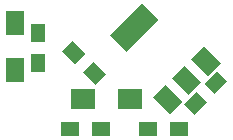
<source format=gbp>
G04 #@! TF.FileFunction,Paste,Bot*
%FSLAX46Y46*%
G04 Gerber Fmt 4.6, Leading zero omitted, Abs format (unit mm)*
G04 Created by KiCad (PCBNEW 4.0.6) date 10/22/17 19:33:14*
%MOMM*%
%LPD*%
G01*
G04 APERTURE LIST*
%ADD10C,0.100000*%
%ADD11R,1.250000X1.500000*%
%ADD12R,1.500000X1.300000*%
%ADD13R,2.000000X1.700000*%
%ADD14R,1.600000X2.000000*%
G04 APERTURE END LIST*
D10*
G36*
X136441729Y-100408155D02*
X135557845Y-99524271D01*
X136618505Y-98463611D01*
X137502389Y-99347495D01*
X136441729Y-100408155D01*
X136441729Y-100408155D01*
G37*
G36*
X138209495Y-98640389D02*
X137325611Y-97756505D01*
X138386271Y-96695845D01*
X139270155Y-97579729D01*
X138209495Y-98640389D01*
X138209495Y-98640389D01*
G37*
D11*
X123190000Y-93492000D03*
X123190000Y-95992000D03*
D10*
G36*
X125270845Y-95039729D02*
X126154729Y-94155845D01*
X127215389Y-95216505D01*
X126331505Y-96100389D01*
X125270845Y-95039729D01*
X125270845Y-95039729D01*
G37*
G36*
X127038611Y-96807495D02*
X127922495Y-95923611D01*
X128983155Y-96984271D01*
X128099271Y-97868155D01*
X127038611Y-96807495D01*
X127038611Y-96807495D01*
G37*
D12*
X132508000Y-101600000D03*
X135208000Y-101600000D03*
X125904000Y-101600000D03*
X128604000Y-101600000D03*
D13*
X131032000Y-99060000D03*
X127032000Y-99060000D03*
D10*
G36*
X133427224Y-92386218D02*
X130740218Y-95073224D01*
X129326004Y-93659010D01*
X132013010Y-90972004D01*
X133427224Y-92386218D01*
X133427224Y-92386218D01*
G37*
G36*
X137068823Y-97654163D02*
X136008163Y-98714823D01*
X134593949Y-97300609D01*
X135654609Y-96239949D01*
X137068823Y-97654163D01*
X137068823Y-97654163D01*
G37*
G36*
X135442478Y-99280509D02*
X134381818Y-100341169D01*
X132967604Y-98926955D01*
X134028264Y-97866295D01*
X135442478Y-99280509D01*
X135442478Y-99280509D01*
G37*
G36*
X138695169Y-96027818D02*
X137634509Y-97088478D01*
X136220295Y-95674264D01*
X137280955Y-94613604D01*
X138695169Y-96027818D01*
X138695169Y-96027818D01*
G37*
D14*
X121285000Y-92615000D03*
X121285000Y-96615000D03*
M02*

</source>
